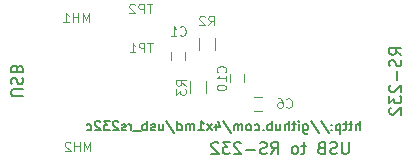
<source format=gbr>
G04 #@! TF.FileFunction,Legend,Bot*
%FSLAX46Y46*%
G04 Gerber Fmt 4.6, Leading zero omitted, Abs format (unit mm)*
G04 Created by KiCad (PCBNEW 4.0.7-e2-6376~61~ubuntu18.04.1) date Mon Sep 24 16:26:10 2018*
%MOMM*%
%LPD*%
G01*
G04 APERTURE LIST*
%ADD10C,0.100000*%
%ADD11C,0.200000*%
%ADD12C,0.150000*%
%ADD13C,0.120000*%
G04 APERTURE END LIST*
D10*
D11*
X134183381Y-90495715D02*
X133707190Y-90162381D01*
X134183381Y-89924286D02*
X133183381Y-89924286D01*
X133183381Y-90305239D01*
X133231000Y-90400477D01*
X133278619Y-90448096D01*
X133373857Y-90495715D01*
X133516714Y-90495715D01*
X133611952Y-90448096D01*
X133659571Y-90400477D01*
X133707190Y-90305239D01*
X133707190Y-89924286D01*
X134135762Y-90876667D02*
X134183381Y-91019524D01*
X134183381Y-91257620D01*
X134135762Y-91352858D01*
X134088143Y-91400477D01*
X133992905Y-91448096D01*
X133897667Y-91448096D01*
X133802429Y-91400477D01*
X133754810Y-91352858D01*
X133707190Y-91257620D01*
X133659571Y-91067143D01*
X133611952Y-90971905D01*
X133564333Y-90924286D01*
X133469095Y-90876667D01*
X133373857Y-90876667D01*
X133278619Y-90924286D01*
X133231000Y-90971905D01*
X133183381Y-91067143D01*
X133183381Y-91305239D01*
X133231000Y-91448096D01*
X133802429Y-91876667D02*
X133802429Y-92638572D01*
X133278619Y-93067143D02*
X133231000Y-93114762D01*
X133183381Y-93210000D01*
X133183381Y-93448096D01*
X133231000Y-93543334D01*
X133278619Y-93590953D01*
X133373857Y-93638572D01*
X133469095Y-93638572D01*
X133611952Y-93590953D01*
X134183381Y-93019524D01*
X134183381Y-93638572D01*
X133183381Y-93971905D02*
X133183381Y-94590953D01*
X133564333Y-94257619D01*
X133564333Y-94400477D01*
X133611952Y-94495715D01*
X133659571Y-94543334D01*
X133754810Y-94590953D01*
X133992905Y-94590953D01*
X134088143Y-94543334D01*
X134135762Y-94495715D01*
X134183381Y-94400477D01*
X134183381Y-94114762D01*
X134135762Y-94019524D01*
X134088143Y-93971905D01*
X133278619Y-94971905D02*
X133231000Y-95019524D01*
X133183381Y-95114762D01*
X133183381Y-95352858D01*
X133231000Y-95448096D01*
X133278619Y-95495715D01*
X133373857Y-95543334D01*
X133469095Y-95543334D01*
X133611952Y-95495715D01*
X134183381Y-94924286D01*
X134183381Y-95543334D01*
X102147619Y-93971905D02*
X101338095Y-93971905D01*
X101242857Y-93924286D01*
X101195238Y-93876667D01*
X101147619Y-93781429D01*
X101147619Y-93590952D01*
X101195238Y-93495714D01*
X101242857Y-93448095D01*
X101338095Y-93400476D01*
X102147619Y-93400476D01*
X101195238Y-92971905D02*
X101147619Y-92829048D01*
X101147619Y-92590952D01*
X101195238Y-92495714D01*
X101242857Y-92448095D01*
X101338095Y-92400476D01*
X101433333Y-92400476D01*
X101528571Y-92448095D01*
X101576190Y-92495714D01*
X101623810Y-92590952D01*
X101671429Y-92781429D01*
X101719048Y-92876667D01*
X101766667Y-92924286D01*
X101861905Y-92971905D01*
X101957143Y-92971905D01*
X102052381Y-92924286D01*
X102100000Y-92876667D01*
X102147619Y-92781429D01*
X102147619Y-92543333D01*
X102100000Y-92400476D01*
X101671429Y-91638571D02*
X101623810Y-91495714D01*
X101576190Y-91448095D01*
X101480952Y-91400476D01*
X101338095Y-91400476D01*
X101242857Y-91448095D01*
X101195238Y-91495714D01*
X101147619Y-91590952D01*
X101147619Y-91971905D01*
X102147619Y-91971905D01*
X102147619Y-91638571D01*
X102100000Y-91543333D01*
X102052381Y-91495714D01*
X101957143Y-91448095D01*
X101861905Y-91448095D01*
X101766667Y-91495714D01*
X101719048Y-91543333D01*
X101671429Y-91638571D01*
X101671429Y-91971905D01*
D12*
X130668859Y-96881905D02*
X130668859Y-96081905D01*
X130326002Y-96881905D02*
X130326002Y-96462857D01*
X130364097Y-96386667D01*
X130440287Y-96348571D01*
X130554573Y-96348571D01*
X130630764Y-96386667D01*
X130668859Y-96424762D01*
X130059335Y-96348571D02*
X129754573Y-96348571D01*
X129945049Y-96081905D02*
X129945049Y-96767619D01*
X129906954Y-96843810D01*
X129830763Y-96881905D01*
X129754573Y-96881905D01*
X129602192Y-96348571D02*
X129297430Y-96348571D01*
X129487906Y-96081905D02*
X129487906Y-96767619D01*
X129449811Y-96843810D01*
X129373620Y-96881905D01*
X129297430Y-96881905D01*
X129030763Y-96348571D02*
X129030763Y-97148571D01*
X129030763Y-96386667D02*
X128954572Y-96348571D01*
X128802191Y-96348571D01*
X128726001Y-96386667D01*
X128687906Y-96424762D01*
X128649810Y-96500952D01*
X128649810Y-96729524D01*
X128687906Y-96805714D01*
X128726001Y-96843810D01*
X128802191Y-96881905D01*
X128954572Y-96881905D01*
X129030763Y-96843810D01*
X128306953Y-96805714D02*
X128268858Y-96843810D01*
X128306953Y-96881905D01*
X128345048Y-96843810D01*
X128306953Y-96805714D01*
X128306953Y-96881905D01*
X128306953Y-96386667D02*
X128268858Y-96424762D01*
X128306953Y-96462857D01*
X128345048Y-96424762D01*
X128306953Y-96386667D01*
X128306953Y-96462857D01*
X127354572Y-96043810D02*
X128040287Y-97072381D01*
X126516477Y-96043810D02*
X127202192Y-97072381D01*
X125906954Y-96348571D02*
X125906954Y-96996190D01*
X125945049Y-97072381D01*
X125983144Y-97110476D01*
X126059335Y-97148571D01*
X126173620Y-97148571D01*
X126249811Y-97110476D01*
X125906954Y-96843810D02*
X125983144Y-96881905D01*
X126135525Y-96881905D01*
X126211716Y-96843810D01*
X126249811Y-96805714D01*
X126287906Y-96729524D01*
X126287906Y-96500952D01*
X126249811Y-96424762D01*
X126211716Y-96386667D01*
X126135525Y-96348571D01*
X125983144Y-96348571D01*
X125906954Y-96386667D01*
X125526001Y-96881905D02*
X125526001Y-96348571D01*
X125526001Y-96081905D02*
X125564096Y-96120000D01*
X125526001Y-96158095D01*
X125487906Y-96120000D01*
X125526001Y-96081905D01*
X125526001Y-96158095D01*
X125259335Y-96348571D02*
X124954573Y-96348571D01*
X125145049Y-96081905D02*
X125145049Y-96767619D01*
X125106954Y-96843810D01*
X125030763Y-96881905D01*
X124954573Y-96881905D01*
X124687906Y-96881905D02*
X124687906Y-96081905D01*
X124345049Y-96881905D02*
X124345049Y-96462857D01*
X124383144Y-96386667D01*
X124459334Y-96348571D01*
X124573620Y-96348571D01*
X124649811Y-96386667D01*
X124687906Y-96424762D01*
X123621239Y-96348571D02*
X123621239Y-96881905D01*
X123964096Y-96348571D02*
X123964096Y-96767619D01*
X123926001Y-96843810D01*
X123849810Y-96881905D01*
X123735524Y-96881905D01*
X123659334Y-96843810D01*
X123621239Y-96805714D01*
X123240286Y-96881905D02*
X123240286Y-96081905D01*
X123240286Y-96386667D02*
X123164095Y-96348571D01*
X123011714Y-96348571D01*
X122935524Y-96386667D01*
X122897429Y-96424762D01*
X122859333Y-96500952D01*
X122859333Y-96729524D01*
X122897429Y-96805714D01*
X122935524Y-96843810D01*
X123011714Y-96881905D01*
X123164095Y-96881905D01*
X123240286Y-96843810D01*
X122516476Y-96805714D02*
X122478381Y-96843810D01*
X122516476Y-96881905D01*
X122554571Y-96843810D01*
X122516476Y-96805714D01*
X122516476Y-96881905D01*
X121792667Y-96843810D02*
X121868857Y-96881905D01*
X122021238Y-96881905D01*
X122097429Y-96843810D01*
X122135524Y-96805714D01*
X122173619Y-96729524D01*
X122173619Y-96500952D01*
X122135524Y-96424762D01*
X122097429Y-96386667D01*
X122021238Y-96348571D01*
X121868857Y-96348571D01*
X121792667Y-96386667D01*
X121335524Y-96881905D02*
X121411715Y-96843810D01*
X121449810Y-96805714D01*
X121487905Y-96729524D01*
X121487905Y-96500952D01*
X121449810Y-96424762D01*
X121411715Y-96386667D01*
X121335524Y-96348571D01*
X121221238Y-96348571D01*
X121145048Y-96386667D01*
X121106953Y-96424762D01*
X121068857Y-96500952D01*
X121068857Y-96729524D01*
X121106953Y-96805714D01*
X121145048Y-96843810D01*
X121221238Y-96881905D01*
X121335524Y-96881905D01*
X120726000Y-96881905D02*
X120726000Y-96348571D01*
X120726000Y-96424762D02*
X120687905Y-96386667D01*
X120611714Y-96348571D01*
X120497428Y-96348571D01*
X120421238Y-96386667D01*
X120383143Y-96462857D01*
X120383143Y-96881905D01*
X120383143Y-96462857D02*
X120345047Y-96386667D01*
X120268857Y-96348571D01*
X120154571Y-96348571D01*
X120078381Y-96386667D01*
X120040286Y-96462857D01*
X120040286Y-96881905D01*
X119087904Y-96043810D02*
X119773619Y-97072381D01*
X118478381Y-96348571D02*
X118478381Y-96881905D01*
X118668857Y-96043810D02*
X118859333Y-96615238D01*
X118364095Y-96615238D01*
X118135523Y-96881905D02*
X117716476Y-96348571D01*
X118135523Y-96348571D02*
X117716476Y-96881905D01*
X116992666Y-96881905D02*
X117449809Y-96881905D01*
X117221238Y-96881905D02*
X117221238Y-96081905D01*
X117297428Y-96196190D01*
X117373619Y-96272381D01*
X117449809Y-96310476D01*
X116649809Y-96881905D02*
X116649809Y-96348571D01*
X116649809Y-96424762D02*
X116611714Y-96386667D01*
X116535523Y-96348571D01*
X116421237Y-96348571D01*
X116345047Y-96386667D01*
X116306952Y-96462857D01*
X116306952Y-96881905D01*
X116306952Y-96462857D02*
X116268856Y-96386667D01*
X116192666Y-96348571D01*
X116078380Y-96348571D01*
X116002190Y-96386667D01*
X115964095Y-96462857D01*
X115964095Y-96881905D01*
X115240285Y-96881905D02*
X115240285Y-96081905D01*
X115240285Y-96843810D02*
X115316475Y-96881905D01*
X115468856Y-96881905D01*
X115545047Y-96843810D01*
X115583142Y-96805714D01*
X115621237Y-96729524D01*
X115621237Y-96500952D01*
X115583142Y-96424762D01*
X115545047Y-96386667D01*
X115468856Y-96348571D01*
X115316475Y-96348571D01*
X115240285Y-96386667D01*
X114287903Y-96043810D02*
X114973618Y-97072381D01*
X113678380Y-96348571D02*
X113678380Y-96881905D01*
X114021237Y-96348571D02*
X114021237Y-96767619D01*
X113983142Y-96843810D01*
X113906951Y-96881905D01*
X113792665Y-96881905D01*
X113716475Y-96843810D01*
X113678380Y-96805714D01*
X113335522Y-96843810D02*
X113259332Y-96881905D01*
X113106951Y-96881905D01*
X113030760Y-96843810D01*
X112992665Y-96767619D01*
X112992665Y-96729524D01*
X113030760Y-96653333D01*
X113106951Y-96615238D01*
X113221236Y-96615238D01*
X113297427Y-96577143D01*
X113335522Y-96500952D01*
X113335522Y-96462857D01*
X113297427Y-96386667D01*
X113221236Y-96348571D01*
X113106951Y-96348571D01*
X113030760Y-96386667D01*
X112649808Y-96881905D02*
X112649808Y-96081905D01*
X112649808Y-96386667D02*
X112573617Y-96348571D01*
X112421236Y-96348571D01*
X112345046Y-96386667D01*
X112306951Y-96424762D01*
X112268855Y-96500952D01*
X112268855Y-96729524D01*
X112306951Y-96805714D01*
X112345046Y-96843810D01*
X112421236Y-96881905D01*
X112573617Y-96881905D01*
X112649808Y-96843810D01*
X112116474Y-96958095D02*
X111506950Y-96958095D01*
X111316474Y-96881905D02*
X111316474Y-96348571D01*
X111316474Y-96500952D02*
X111278379Y-96424762D01*
X111240283Y-96386667D01*
X111164093Y-96348571D01*
X111087902Y-96348571D01*
X110859331Y-96843810D02*
X110783141Y-96881905D01*
X110630760Y-96881905D01*
X110554569Y-96843810D01*
X110516474Y-96767619D01*
X110516474Y-96729524D01*
X110554569Y-96653333D01*
X110630760Y-96615238D01*
X110745045Y-96615238D01*
X110821236Y-96577143D01*
X110859331Y-96500952D01*
X110859331Y-96462857D01*
X110821236Y-96386667D01*
X110745045Y-96348571D01*
X110630760Y-96348571D01*
X110554569Y-96386667D01*
X110211712Y-96158095D02*
X110173617Y-96120000D01*
X110097426Y-96081905D01*
X109906950Y-96081905D01*
X109830760Y-96120000D01*
X109792664Y-96158095D01*
X109754569Y-96234286D01*
X109754569Y-96310476D01*
X109792664Y-96424762D01*
X110249807Y-96881905D01*
X109754569Y-96881905D01*
X109487902Y-96081905D02*
X108992664Y-96081905D01*
X109259331Y-96386667D01*
X109145045Y-96386667D01*
X109068855Y-96424762D01*
X109030759Y-96462857D01*
X108992664Y-96539048D01*
X108992664Y-96729524D01*
X109030759Y-96805714D01*
X109068855Y-96843810D01*
X109145045Y-96881905D01*
X109373617Y-96881905D01*
X109449807Y-96843810D01*
X109487902Y-96805714D01*
X108687902Y-96158095D02*
X108649807Y-96120000D01*
X108573616Y-96081905D01*
X108383140Y-96081905D01*
X108306950Y-96120000D01*
X108268854Y-96158095D01*
X108230759Y-96234286D01*
X108230759Y-96310476D01*
X108268854Y-96424762D01*
X108725997Y-96881905D01*
X108230759Y-96881905D01*
X107545045Y-96843810D02*
X107621235Y-96881905D01*
X107773616Y-96881905D01*
X107849807Y-96843810D01*
X107887902Y-96805714D01*
X107925997Y-96729524D01*
X107925997Y-96500952D01*
X107887902Y-96424762D01*
X107849807Y-96386667D01*
X107773616Y-96348571D01*
X107621235Y-96348571D01*
X107545045Y-96386667D01*
D11*
X129737715Y-97877381D02*
X129737715Y-98686905D01*
X129690096Y-98782143D01*
X129642477Y-98829762D01*
X129547239Y-98877381D01*
X129356762Y-98877381D01*
X129261524Y-98829762D01*
X129213905Y-98782143D01*
X129166286Y-98686905D01*
X129166286Y-97877381D01*
X128737715Y-98829762D02*
X128594858Y-98877381D01*
X128356762Y-98877381D01*
X128261524Y-98829762D01*
X128213905Y-98782143D01*
X128166286Y-98686905D01*
X128166286Y-98591667D01*
X128213905Y-98496429D01*
X128261524Y-98448810D01*
X128356762Y-98401190D01*
X128547239Y-98353571D01*
X128642477Y-98305952D01*
X128690096Y-98258333D01*
X128737715Y-98163095D01*
X128737715Y-98067857D01*
X128690096Y-97972619D01*
X128642477Y-97925000D01*
X128547239Y-97877381D01*
X128309143Y-97877381D01*
X128166286Y-97925000D01*
X127404381Y-98353571D02*
X127261524Y-98401190D01*
X127213905Y-98448810D01*
X127166286Y-98544048D01*
X127166286Y-98686905D01*
X127213905Y-98782143D01*
X127261524Y-98829762D01*
X127356762Y-98877381D01*
X127737715Y-98877381D01*
X127737715Y-97877381D01*
X127404381Y-97877381D01*
X127309143Y-97925000D01*
X127261524Y-97972619D01*
X127213905Y-98067857D01*
X127213905Y-98163095D01*
X127261524Y-98258333D01*
X127309143Y-98305952D01*
X127404381Y-98353571D01*
X127737715Y-98353571D01*
X126118667Y-98210714D02*
X125737715Y-98210714D01*
X125975810Y-97877381D02*
X125975810Y-98734524D01*
X125928191Y-98829762D01*
X125832953Y-98877381D01*
X125737715Y-98877381D01*
X125261524Y-98877381D02*
X125356762Y-98829762D01*
X125404381Y-98782143D01*
X125452000Y-98686905D01*
X125452000Y-98401190D01*
X125404381Y-98305952D01*
X125356762Y-98258333D01*
X125261524Y-98210714D01*
X125118666Y-98210714D01*
X125023428Y-98258333D01*
X124975809Y-98305952D01*
X124928190Y-98401190D01*
X124928190Y-98686905D01*
X124975809Y-98782143D01*
X125023428Y-98829762D01*
X125118666Y-98877381D01*
X125261524Y-98877381D01*
X123166285Y-98877381D02*
X123499619Y-98401190D01*
X123737714Y-98877381D02*
X123737714Y-97877381D01*
X123356761Y-97877381D01*
X123261523Y-97925000D01*
X123213904Y-97972619D01*
X123166285Y-98067857D01*
X123166285Y-98210714D01*
X123213904Y-98305952D01*
X123261523Y-98353571D01*
X123356761Y-98401190D01*
X123737714Y-98401190D01*
X122785333Y-98829762D02*
X122642476Y-98877381D01*
X122404380Y-98877381D01*
X122309142Y-98829762D01*
X122261523Y-98782143D01*
X122213904Y-98686905D01*
X122213904Y-98591667D01*
X122261523Y-98496429D01*
X122309142Y-98448810D01*
X122404380Y-98401190D01*
X122594857Y-98353571D01*
X122690095Y-98305952D01*
X122737714Y-98258333D01*
X122785333Y-98163095D01*
X122785333Y-98067857D01*
X122737714Y-97972619D01*
X122690095Y-97925000D01*
X122594857Y-97877381D01*
X122356761Y-97877381D01*
X122213904Y-97925000D01*
X121785333Y-98496429D02*
X121023428Y-98496429D01*
X120594857Y-97972619D02*
X120547238Y-97925000D01*
X120452000Y-97877381D01*
X120213904Y-97877381D01*
X120118666Y-97925000D01*
X120071047Y-97972619D01*
X120023428Y-98067857D01*
X120023428Y-98163095D01*
X120071047Y-98305952D01*
X120642476Y-98877381D01*
X120023428Y-98877381D01*
X119690095Y-97877381D02*
X119071047Y-97877381D01*
X119404381Y-98258333D01*
X119261523Y-98258333D01*
X119166285Y-98305952D01*
X119118666Y-98353571D01*
X119071047Y-98448810D01*
X119071047Y-98686905D01*
X119118666Y-98782143D01*
X119166285Y-98829762D01*
X119261523Y-98877381D01*
X119547238Y-98877381D01*
X119642476Y-98829762D01*
X119690095Y-98782143D01*
X118690095Y-97972619D02*
X118642476Y-97925000D01*
X118547238Y-97877381D01*
X118309142Y-97877381D01*
X118213904Y-97925000D01*
X118166285Y-97972619D01*
X118118666Y-98067857D01*
X118118666Y-98163095D01*
X118166285Y-98305952D01*
X118737714Y-98877381D01*
X118118666Y-98877381D01*
D13*
X114716000Y-90201000D02*
X114716000Y-90901000D01*
X115916000Y-90901000D02*
X115916000Y-90201000D01*
X122397000Y-94015000D02*
X121697000Y-94015000D01*
X121697000Y-95215000D02*
X122397000Y-95215000D01*
X120869000Y-92806000D02*
X120869000Y-92106000D01*
X119669000Y-92106000D02*
X119669000Y-92806000D01*
X118409000Y-90035000D02*
X118409000Y-89035000D01*
X117049000Y-89035000D02*
X117049000Y-90035000D01*
X116287000Y-92718000D02*
X116287000Y-93718000D01*
X117647000Y-93718000D02*
X117647000Y-92718000D01*
D10*
X115449333Y-88804714D02*
X115487428Y-88842810D01*
X115601714Y-88880905D01*
X115677904Y-88880905D01*
X115792190Y-88842810D01*
X115868381Y-88766619D01*
X115906476Y-88690429D01*
X115944571Y-88538048D01*
X115944571Y-88423762D01*
X115906476Y-88271381D01*
X115868381Y-88195190D01*
X115792190Y-88119000D01*
X115677904Y-88080905D01*
X115601714Y-88080905D01*
X115487428Y-88119000D01*
X115449333Y-88157095D01*
X114687428Y-88880905D02*
X115144571Y-88880905D01*
X114916000Y-88880905D02*
X114916000Y-88080905D01*
X114992190Y-88195190D01*
X115068381Y-88271381D01*
X115144571Y-88309476D01*
X124466333Y-94900714D02*
X124504428Y-94938810D01*
X124618714Y-94976905D01*
X124694904Y-94976905D01*
X124809190Y-94938810D01*
X124885381Y-94862619D01*
X124923476Y-94786429D01*
X124961571Y-94634048D01*
X124961571Y-94519762D01*
X124923476Y-94367381D01*
X124885381Y-94291190D01*
X124809190Y-94215000D01*
X124694904Y-94176905D01*
X124618714Y-94176905D01*
X124504428Y-94215000D01*
X124466333Y-94253095D01*
X123780619Y-94176905D02*
X123933000Y-94176905D01*
X124009190Y-94215000D01*
X124047285Y-94253095D01*
X124123476Y-94367381D01*
X124161571Y-94519762D01*
X124161571Y-94824524D01*
X124123476Y-94900714D01*
X124085381Y-94938810D01*
X124009190Y-94976905D01*
X123856809Y-94976905D01*
X123780619Y-94938810D01*
X123742523Y-94900714D01*
X123704428Y-94824524D01*
X123704428Y-94634048D01*
X123742523Y-94557857D01*
X123780619Y-94519762D01*
X123856809Y-94481667D01*
X124009190Y-94481667D01*
X124085381Y-94519762D01*
X124123476Y-94557857D01*
X124161571Y-94634048D01*
X119284714Y-91941714D02*
X119322810Y-91903619D01*
X119360905Y-91789333D01*
X119360905Y-91713143D01*
X119322810Y-91598857D01*
X119246619Y-91522666D01*
X119170429Y-91484571D01*
X119018048Y-91446476D01*
X118903762Y-91446476D01*
X118751381Y-91484571D01*
X118675190Y-91522666D01*
X118599000Y-91598857D01*
X118560905Y-91713143D01*
X118560905Y-91789333D01*
X118599000Y-91903619D01*
X118637095Y-91941714D01*
X119360905Y-92703619D02*
X119360905Y-92246476D01*
X119360905Y-92475047D02*
X118560905Y-92475047D01*
X118675190Y-92398857D01*
X118751381Y-92322666D01*
X118789476Y-92246476D01*
X118560905Y-93198857D02*
X118560905Y-93275048D01*
X118599000Y-93351238D01*
X118637095Y-93389333D01*
X118713286Y-93427429D01*
X118865667Y-93465524D01*
X119056143Y-93465524D01*
X119208524Y-93427429D01*
X119284714Y-93389333D01*
X119322810Y-93351238D01*
X119360905Y-93275048D01*
X119360905Y-93198857D01*
X119322810Y-93122667D01*
X119284714Y-93084571D01*
X119208524Y-93046476D01*
X119056143Y-93008381D01*
X118865667Y-93008381D01*
X118713286Y-93046476D01*
X118637095Y-93084571D01*
X118599000Y-93122667D01*
X118560905Y-93198857D01*
X117862333Y-87991905D02*
X118129000Y-87610952D01*
X118319476Y-87991905D02*
X118319476Y-87191905D01*
X118014714Y-87191905D01*
X117938523Y-87230000D01*
X117900428Y-87268095D01*
X117862333Y-87344286D01*
X117862333Y-87458571D01*
X117900428Y-87534762D01*
X117938523Y-87572857D01*
X118014714Y-87610952D01*
X118319476Y-87610952D01*
X117557571Y-87268095D02*
X117519476Y-87230000D01*
X117443285Y-87191905D01*
X117252809Y-87191905D01*
X117176619Y-87230000D01*
X117138523Y-87268095D01*
X117100428Y-87344286D01*
X117100428Y-87420476D01*
X117138523Y-87534762D01*
X117595666Y-87991905D01*
X117100428Y-87991905D01*
X115931905Y-93084667D02*
X115550952Y-92818000D01*
X115931905Y-92627524D02*
X115131905Y-92627524D01*
X115131905Y-92932286D01*
X115170000Y-93008477D01*
X115208095Y-93046572D01*
X115284286Y-93084667D01*
X115398571Y-93084667D01*
X115474762Y-93046572D01*
X115512857Y-93008477D01*
X115550952Y-92932286D01*
X115550952Y-92627524D01*
X115131905Y-93351334D02*
X115131905Y-93846572D01*
X115436667Y-93579905D01*
X115436667Y-93694191D01*
X115474762Y-93770381D01*
X115512857Y-93808477D01*
X115589048Y-93846572D01*
X115779524Y-93846572D01*
X115855714Y-93808477D01*
X115893810Y-93770381D01*
X115931905Y-93694191D01*
X115931905Y-93465619D01*
X115893810Y-93389429D01*
X115855714Y-93351334D01*
X107746667Y-87737905D02*
X107746667Y-86937905D01*
X107480000Y-87509333D01*
X107213333Y-86937905D01*
X107213333Y-87737905D01*
X106832381Y-87737905D02*
X106832381Y-86937905D01*
X106832381Y-87318857D02*
X106375238Y-87318857D01*
X106375238Y-87737905D02*
X106375238Y-86937905D01*
X105575238Y-87737905D02*
X106032381Y-87737905D01*
X105803810Y-87737905D02*
X105803810Y-86937905D01*
X105880000Y-87052190D01*
X105956191Y-87128381D01*
X106032381Y-87166476D01*
X107873667Y-98659905D02*
X107873667Y-97859905D01*
X107607000Y-98431333D01*
X107340333Y-97859905D01*
X107340333Y-98659905D01*
X106959381Y-98659905D02*
X106959381Y-97859905D01*
X106959381Y-98240857D02*
X106502238Y-98240857D01*
X106502238Y-98659905D02*
X106502238Y-97859905D01*
X106159381Y-97936095D02*
X106121286Y-97898000D01*
X106045095Y-97859905D01*
X105854619Y-97859905D01*
X105778429Y-97898000D01*
X105740333Y-97936095D01*
X105702238Y-98012286D01*
X105702238Y-98088476D01*
X105740333Y-98202762D01*
X106197476Y-98659905D01*
X105702238Y-98659905D01*
X113150524Y-89477905D02*
X112693381Y-89477905D01*
X112921952Y-90277905D02*
X112921952Y-89477905D01*
X112426714Y-90277905D02*
X112426714Y-89477905D01*
X112121952Y-89477905D01*
X112045761Y-89516000D01*
X112007666Y-89554095D01*
X111969571Y-89630286D01*
X111969571Y-89744571D01*
X112007666Y-89820762D01*
X112045761Y-89858857D01*
X112121952Y-89896952D01*
X112426714Y-89896952D01*
X111207666Y-90277905D02*
X111664809Y-90277905D01*
X111436238Y-90277905D02*
X111436238Y-89477905D01*
X111512428Y-89592190D01*
X111588619Y-89668381D01*
X111664809Y-89706476D01*
X113109524Y-86161905D02*
X112652381Y-86161905D01*
X112880952Y-86961905D02*
X112880952Y-86161905D01*
X112385714Y-86961905D02*
X112385714Y-86161905D01*
X112080952Y-86161905D01*
X112004761Y-86200000D01*
X111966666Y-86238095D01*
X111928571Y-86314286D01*
X111928571Y-86428571D01*
X111966666Y-86504762D01*
X112004761Y-86542857D01*
X112080952Y-86580952D01*
X112385714Y-86580952D01*
X111623809Y-86238095D02*
X111585714Y-86200000D01*
X111509523Y-86161905D01*
X111319047Y-86161905D01*
X111242857Y-86200000D01*
X111204761Y-86238095D01*
X111166666Y-86314286D01*
X111166666Y-86390476D01*
X111204761Y-86504762D01*
X111661904Y-86961905D01*
X111166666Y-86961905D01*
M02*

</source>
